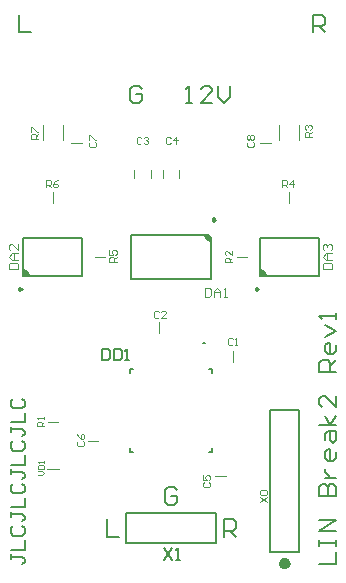
<source format=gto>
G04*
G04 #@! TF.GenerationSoftware,Altium Limited,Altium Designer,21.9.1 (22)*
G04*
G04 Layer_Color=65535*
%FSLAX25Y25*%
%MOIN*%
G70*
G04*
G04 #@! TF.SameCoordinates,01D30D3D-4D25-4DD3-B430-8D43D7E97BEB*
G04*
G04*
G04 #@! TF.FilePolarity,Positive*
G04*
G01*
G75*
%ADD10C,0.00787*%
%ADD11C,0.00984*%
%ADD12C,0.01968*%
%ADD13C,0.00394*%
%ADD14C,0.00472*%
%ADD15C,0.00500*%
%ADD16C,0.00591*%
%ADD17C,0.00315*%
G36*
X9722Y103839D02*
X11691D01*
Y104626D01*
X10509Y105807D01*
X9722D01*
Y103839D01*
D02*
G37*
G36*
X71949Y116732D02*
X72244Y115551D01*
X71653D01*
X70473Y116732D01*
Y117520D01*
X71949Y116732D01*
D02*
G37*
G36*
X88583Y103839D02*
X90551D01*
Y104626D01*
X89370Y105807D01*
X88583D01*
Y103839D01*
D02*
G37*
D10*
X70473Y117323D02*
X70710Y116437D01*
X71358Y115788D01*
X72244Y115551D01*
X70449Y81555D02*
X69661D01*
X70449D01*
X90551Y103839D02*
X90288Y104823D01*
X89567Y105543D01*
X88583Y105807D01*
X11691Y103839D02*
X11427Y104823D01*
X10706Y105543D01*
X9722Y105807D01*
X72244Y102953D02*
Y116634D01*
X71358Y117520D02*
X72244Y116634D01*
X45866Y117520D02*
X71358D01*
X70473Y117323D02*
Y117520D01*
X45866Y102953D02*
Y117520D01*
Y102953D02*
X72244D01*
X44055Y14685D02*
X74055D01*
Y24685D01*
X44055D02*
X74055D01*
X44055Y14685D02*
Y24685D01*
X108268Y103839D02*
Y116437D01*
X88583Y103839D02*
Y116437D01*
X108268D01*
X88583Y103839D02*
X108268D01*
X29407D02*
Y116437D01*
X9722Y103839D02*
Y116437D01*
X29407D01*
X9722Y103839D02*
X29407D01*
X8439Y190943D02*
Y185039D01*
X12374D01*
X106299D02*
Y190943D01*
X109251D01*
X110235Y189959D01*
Y187991D01*
X109251Y187007D01*
X106299D01*
X108267D02*
X110235Y185039D01*
X63976Y161417D02*
X65944D01*
X64960D01*
Y167321D01*
X63976Y166337D01*
X72832Y161417D02*
X68896D01*
X72832Y165353D01*
Y166337D01*
X71848Y167321D01*
X69880D01*
X68896Y166337D01*
X74800Y167321D02*
Y163385D01*
X76767Y161417D01*
X78735Y163385D01*
Y167321D01*
X49325Y166337D02*
X48342Y167321D01*
X46374D01*
X45390Y166337D01*
Y162401D01*
X46374Y161417D01*
X48342D01*
X49325Y162401D01*
Y164369D01*
X47358D01*
X61005Y32479D02*
X60021Y33463D01*
X58054D01*
X57070Y32479D01*
Y28543D01*
X58054Y27559D01*
X60021D01*
X61005Y28543D01*
Y30511D01*
X59038D01*
X76642Y16770D02*
Y22673D01*
X79594D01*
X80578Y21689D01*
Y19721D01*
X79594Y18737D01*
X76642D01*
X78610D02*
X80578Y16770D01*
X37621Y22735D02*
Y16831D01*
X41557D01*
X108270Y7874D02*
X114173D01*
Y11810D01*
X108270Y13778D02*
Y15745D01*
Y14762D01*
X114173D01*
Y13778D01*
Y15745D01*
Y18697D02*
X108270D01*
X114173Y22633D01*
X108270D01*
Y30505D02*
X114173D01*
Y33456D01*
X113189Y34440D01*
X112205D01*
X111221Y33456D01*
Y30505D01*
Y33456D01*
X110238Y34440D01*
X109254D01*
X108270Y33456D01*
Y30505D01*
X110238Y36408D02*
X114173D01*
X112205D01*
X111221Y37392D01*
X110238Y38376D01*
Y39360D01*
X114173Y45263D02*
Y43296D01*
X113189Y42312D01*
X111221D01*
X110238Y43296D01*
Y45263D01*
X111221Y46247D01*
X112205D01*
Y42312D01*
X110238Y49199D02*
Y51167D01*
X111221Y52151D01*
X114173D01*
Y49199D01*
X113189Y48215D01*
X112205Y49199D01*
Y52151D01*
X114173Y54119D02*
X108270D01*
X112205D02*
X110238Y57071D01*
X112205Y54119D02*
X114173Y57071D01*
Y63958D02*
Y60022D01*
X110238Y63958D01*
X109254D01*
X108270Y62974D01*
Y61006D01*
X109254Y60022D01*
X114173Y71830D02*
X108270D01*
Y74782D01*
X109254Y75765D01*
X111221D01*
X112205Y74782D01*
Y71830D01*
Y73798D02*
X114173Y75765D01*
Y80685D02*
Y78717D01*
X113189Y77733D01*
X111221D01*
X110238Y78717D01*
Y80685D01*
X111221Y81669D01*
X112205D01*
Y77733D01*
X110238Y83637D02*
X114173Y85605D01*
X110238Y87573D01*
X114173Y89540D02*
Y91508D01*
Y90524D01*
X108270D01*
X109254Y89540D01*
X5570Y11023D02*
Y9448D01*
Y10236D01*
X9506D01*
X10293Y9448D01*
Y8661D01*
X9506Y7874D01*
X5570Y12597D02*
X10293D01*
Y15745D01*
X6357Y20468D02*
X5570Y19681D01*
Y18107D01*
X6357Y17320D01*
X9506D01*
X10293Y18107D01*
Y19681D01*
X9506Y20468D01*
X5570Y25191D02*
Y23617D01*
Y24404D01*
X9506D01*
X10293Y23617D01*
Y22830D01*
X9506Y22043D01*
X5570Y26765D02*
X10293D01*
Y29914D01*
X6357Y34637D02*
X5570Y33850D01*
Y32276D01*
X6357Y31488D01*
X9506D01*
X10293Y32276D01*
Y33850D01*
X9506Y34637D01*
X5570Y39360D02*
Y37786D01*
Y38573D01*
X9506D01*
X10293Y37786D01*
Y36999D01*
X9506Y36211D01*
X5570Y40934D02*
X10293D01*
Y44083D01*
X6357Y48806D02*
X5570Y48019D01*
Y46444D01*
X6357Y45657D01*
X9506D01*
X10293Y46444D01*
Y48019D01*
X9506Y48806D01*
X5570Y53528D02*
Y51954D01*
Y52741D01*
X9506D01*
X10293Y51954D01*
Y51167D01*
X9506Y50380D01*
X5570Y55103D02*
X10293D01*
Y58251D01*
X6357Y62974D02*
X5570Y62187D01*
Y60613D01*
X6357Y59826D01*
X9506D01*
X10293Y60613D01*
Y62187D01*
X9506Y62974D01*
D11*
X73721Y122638D02*
X72982Y123064D01*
Y122212D01*
X73721Y122638D01*
X88071Y99508D02*
X87333Y99934D01*
Y99082D01*
X88071Y99508D01*
X9210D02*
X8472Y99934D01*
Y99082D01*
X9210Y99508D01*
D12*
X97913Y7975D02*
X97421Y8827D01*
X96437D01*
X95944Y7975D01*
X96437Y7122D01*
X97421D01*
X97913Y7975D01*
D13*
X80905Y110236D02*
X84449D01*
X52264Y136516D02*
Y139075D01*
X46752Y136516D02*
Y139075D01*
X56345Y136516D02*
Y139075D01*
X61857Y136516D02*
Y139075D01*
X79549Y75273D02*
Y78816D01*
X55183Y84842D02*
Y88386D01*
X73740Y37264D02*
X77284D01*
X31299Y48926D02*
X34843D01*
X25807Y148228D02*
X29351D01*
X88779Y148327D02*
X92323D01*
X17933Y55322D02*
X21477D01*
X33661Y110236D02*
X37205D01*
X19565Y128150D02*
Y131693D01*
X98425Y128150D02*
Y131693D01*
X17705Y39574D02*
X21674D01*
X49166Y149826D02*
X48772Y150220D01*
X47985D01*
X47591Y149826D01*
Y148252D01*
X47985Y147858D01*
X48772D01*
X49166Y148252D01*
X49953Y149826D02*
X50346Y150220D01*
X51134D01*
X51527Y149826D01*
Y149432D01*
X51134Y149039D01*
X50740D01*
X51134D01*
X51527Y148645D01*
Y148252D01*
X51134Y147858D01*
X50346D01*
X49953Y148252D01*
X58882Y149901D02*
X58488Y150294D01*
X57701D01*
X57308Y149901D01*
Y148327D01*
X57701Y147933D01*
X58488D01*
X58882Y148327D01*
X60850Y147933D02*
Y150294D01*
X59669Y149114D01*
X61243D01*
X79606Y82675D02*
X79212Y83068D01*
X78425D01*
X78031Y82675D01*
Y81100D01*
X78425Y80707D01*
X79212D01*
X79606Y81100D01*
X80393Y80707D02*
X81180D01*
X80786D01*
Y83068D01*
X80393Y82675D01*
X55024Y91841D02*
X54630Y92235D01*
X53843D01*
X53449Y91841D01*
Y90267D01*
X53843Y89873D01*
X54630D01*
X55024Y90267D01*
X57385Y89873D02*
X55811D01*
X57385Y91448D01*
Y91841D01*
X56992Y92235D01*
X56204D01*
X55811Y91841D01*
X70107Y35006D02*
X69714Y34612D01*
Y33825D01*
X70107Y33431D01*
X71682D01*
X72075Y33825D01*
Y34612D01*
X71682Y35006D01*
X69714Y37367D02*
Y35793D01*
X70894D01*
X70501Y36580D01*
Y36974D01*
X70894Y37367D01*
X71682D01*
X72075Y36974D01*
Y36186D01*
X71682Y35793D01*
X28167Y48817D02*
X27773Y48423D01*
Y47636D01*
X28167Y47243D01*
X29741D01*
X30134Y47636D01*
Y48423D01*
X29741Y48817D01*
X27773Y51178D02*
X28167Y50391D01*
X28954Y49604D01*
X29741D01*
X30134Y49998D01*
Y50785D01*
X29741Y51178D01*
X29347D01*
X28954Y50785D01*
Y49604D01*
X32022Y148424D02*
X31628Y148031D01*
Y147244D01*
X32022Y146850D01*
X33596D01*
X33989Y147244D01*
Y148031D01*
X33596Y148424D01*
X31628Y149212D02*
Y150786D01*
X32022D01*
X33596Y149212D01*
X33989D01*
X84646Y148523D02*
X84253Y148129D01*
Y147342D01*
X84646Y146949D01*
X86221D01*
X86614Y147342D01*
Y148129D01*
X86221Y148523D01*
X84646Y149310D02*
X84253Y149704D01*
Y150491D01*
X84646Y150884D01*
X85040D01*
X85434Y150491D01*
X85827Y150884D01*
X86221D01*
X86614Y150491D01*
Y149704D01*
X86221Y149310D01*
X85827D01*
X85434Y149704D01*
X85040Y149310D01*
X84646D01*
X85434Y149704D02*
Y150491D01*
X14793Y149508D02*
X12432D01*
Y150689D01*
X12825Y151082D01*
X13612D01*
X14006Y150689D01*
Y149508D01*
Y150295D02*
X14793Y151082D01*
X12432Y151869D02*
Y153444D01*
X12825D01*
X14399Y151869D01*
X14793D01*
X105925Y150295D02*
X103564D01*
Y151476D01*
X103957Y151869D01*
X104745D01*
X105138Y151476D01*
Y150295D01*
Y151082D02*
X105925Y151869D01*
X103957Y152657D02*
X103564Y153050D01*
Y153837D01*
X103957Y154231D01*
X104351D01*
X104745Y153837D01*
Y153444D01*
Y153837D01*
X105138Y154231D01*
X105532D01*
X105925Y153837D01*
Y153050D01*
X105532Y152657D01*
X109607Y106113D02*
X112756D01*
Y107687D01*
X112231Y108212D01*
X110132D01*
X109607Y107687D01*
Y106113D01*
X112756Y109262D02*
X110657D01*
X109607Y110311D01*
X110657Y111361D01*
X112756D01*
X111182D01*
Y109262D01*
X110132Y112410D02*
X109607Y112935D01*
Y113985D01*
X110132Y114509D01*
X110657D01*
X111182Y113985D01*
Y113460D01*
Y113985D01*
X111706Y114509D01*
X112231D01*
X112756Y113985D01*
Y112935D01*
X112231Y112410D01*
X88662Y28543D02*
X91023Y30118D01*
X88662D02*
X91023Y28543D01*
X89055Y30905D02*
X88662Y31298D01*
Y32085D01*
X89055Y32479D01*
X90630D01*
X91023Y32085D01*
Y31298D01*
X90630Y30905D01*
X89055D01*
X4983Y106113D02*
X8131D01*
Y107687D01*
X7607Y108212D01*
X5508D01*
X4983Y107687D01*
Y106113D01*
X8131Y109262D02*
X6032D01*
X4983Y110311D01*
X6032Y111361D01*
X8131D01*
X6557D01*
Y109262D01*
X8131Y114509D02*
Y112410D01*
X6032Y114509D01*
X5508D01*
X4983Y113985D01*
Y112935D01*
X5508Y112410D01*
X70241Y99999D02*
Y96851D01*
X71816D01*
X72341Y97376D01*
Y99475D01*
X71816Y99999D01*
X70241D01*
X73390Y96851D02*
Y98950D01*
X74440Y99999D01*
X75489Y98950D01*
Y96851D01*
Y98425D01*
X73390D01*
X76539Y96851D02*
X77588D01*
X77063D01*
Y99999D01*
X76539Y99475D01*
D14*
X16457Y149114D02*
Y154035D01*
X22953Y149213D02*
Y154134D01*
X101673Y149311D02*
Y154232D01*
X95177Y149213D02*
Y154134D01*
D15*
X71634Y72835D02*
X72835D01*
X45276D02*
X46476D01*
X71634Y45276D02*
X72835D01*
X45276D02*
X46476D01*
X72835Y71634D02*
Y72835D01*
X45276Y71634D02*
Y72835D01*
X72835Y45276D02*
Y46476D01*
X45276Y45276D02*
Y46476D01*
D16*
X101850Y11811D02*
Y59055D01*
X92007D02*
X101850D01*
X92007Y11811D02*
Y59055D01*
Y11811D02*
X101850D01*
X56658Y13019D02*
X59282Y9083D01*
Y13019D02*
X56658Y9083D01*
X60594D02*
X61906D01*
X61250D01*
Y13019D01*
X60594Y12363D01*
X35985Y79645D02*
Y75709D01*
X37953D01*
X38609Y76365D01*
Y78989D01*
X37953Y79645D01*
X35985D01*
X39921D02*
Y75709D01*
X41889D01*
X42545Y76365D01*
Y78989D01*
X41889Y79645D01*
X39921D01*
X43857Y75709D02*
X45169D01*
X44513D01*
Y79645D01*
X43857Y78989D01*
D17*
X79372Y108345D02*
X77010D01*
Y109526D01*
X77404Y109920D01*
X78191D01*
X78585Y109526D01*
Y108345D01*
Y109132D02*
X79372Y109920D01*
Y112281D02*
Y110707D01*
X77798Y112281D01*
X77404D01*
X77010Y111888D01*
Y111100D01*
X77404Y110707D01*
X16740Y53737D02*
X14379D01*
Y54918D01*
X14772Y55311D01*
X15559D01*
X15953Y54918D01*
Y53737D01*
Y54524D02*
X16740Y55311D01*
Y56098D02*
Y56885D01*
Y56492D01*
X14379D01*
X14772Y56098D01*
X40884Y108561D02*
X38523D01*
Y109742D01*
X38916Y110136D01*
X39703D01*
X40097Y109742D01*
Y108561D01*
Y109349D02*
X40884Y110136D01*
X38523Y112497D02*
Y110923D01*
X39703D01*
X39310Y111710D01*
Y112104D01*
X39703Y112497D01*
X40490D01*
X40884Y112104D01*
Y111316D01*
X40490Y110923D01*
X17380Y133465D02*
Y135826D01*
X18560D01*
X18954Y135432D01*
Y134645D01*
X18560Y134252D01*
X17380D01*
X18167D02*
X18954Y133465D01*
X21315Y135826D02*
X20528Y135432D01*
X19741Y134645D01*
Y133858D01*
X20135Y133465D01*
X20922D01*
X21315Y133858D01*
Y134252D01*
X20922Y134645D01*
X19741D01*
X96106Y133465D02*
Y135826D01*
X97287D01*
X97681Y135432D01*
Y134645D01*
X97287Y134252D01*
X96106D01*
X96894D02*
X97681Y133465D01*
X99649D02*
Y135826D01*
X98468Y134645D01*
X100042D01*
X14772Y37450D02*
X16084D01*
X16740Y38106D01*
X16084Y38762D01*
X14772D01*
Y39418D02*
X16740D01*
Y40402D01*
X16412Y40730D01*
X15100D01*
X14772Y40402D01*
Y39418D01*
X16740Y41386D02*
Y42042D01*
Y41714D01*
X14772D01*
X15100Y41386D01*
M02*

</source>
